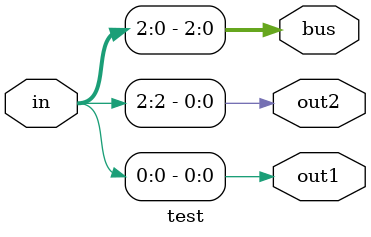
<source format=sv>
module test(
    input logic[3:0] in,
    output logic out1,
    output logic out2,
    output logic[2:0] bus
);
    assign out1 = in[0];
    assign out2 = in[2];
    assign bus = in[2:0];
endmodule

</source>
